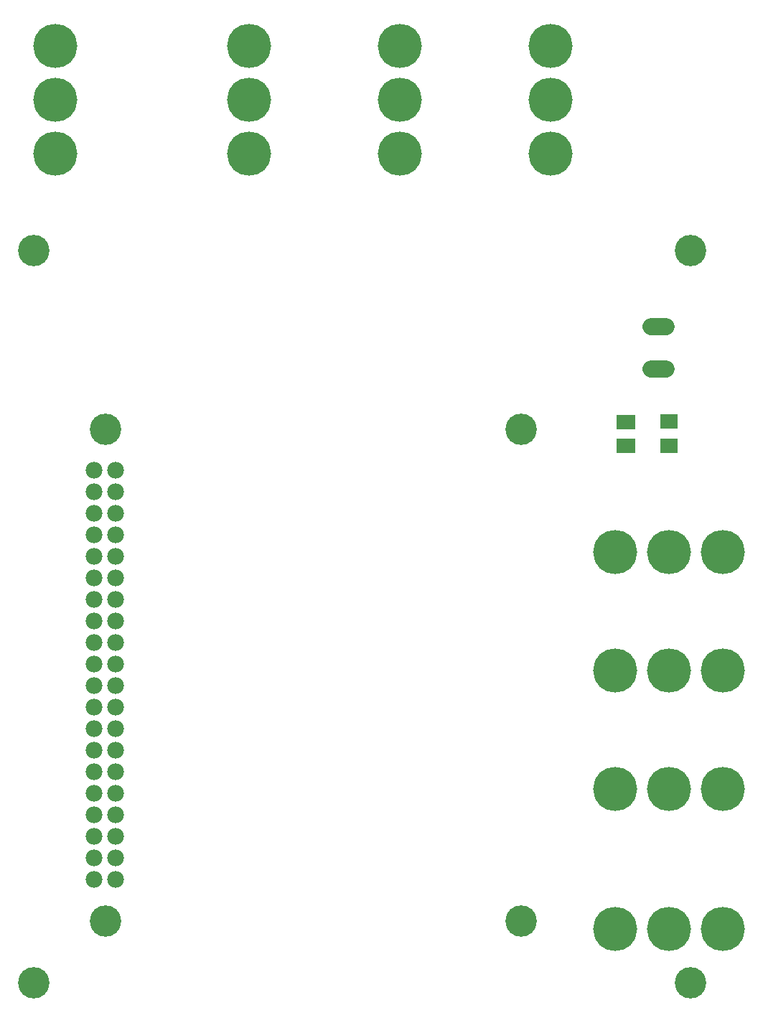
<source format=gbr>
G04 EAGLE Gerber RS-274X export*
G75*
%MOMM*%
%FSLAX34Y34*%
%LPD*%
%INSoldermask Bottom*%
%IPPOS*%
%AMOC8*
5,1,8,0,0,1.08239X$1,22.5*%
G01*
%ADD10C,5.203200*%
%ADD11C,3.703200*%
%ADD12C,1.981200*%
%ADD13C,1.993900*%
%ADD14R,2.006200X1.803200*%
%ADD15R,2.203200X1.803200*%


D10*
X736600Y419100D03*
X800100Y419100D03*
X863600Y419100D03*
X736600Y279400D03*
X800100Y279400D03*
X863600Y279400D03*
X736600Y114300D03*
X800100Y114300D03*
X863600Y114300D03*
X736600Y558800D03*
X800100Y558800D03*
X863600Y558800D03*
X304800Y1028700D03*
X304800Y1092200D03*
X304800Y1155700D03*
X482600Y1028700D03*
X482600Y1092200D03*
X482600Y1155700D03*
X660400Y1028700D03*
X660400Y1092200D03*
X660400Y1155700D03*
X76200Y1028700D03*
X76200Y1092200D03*
X76200Y1155700D03*
D11*
X50800Y914400D03*
X50800Y50800D03*
X825500Y50800D03*
X825500Y914400D03*
X625400Y123900D03*
X135400Y123900D03*
X135400Y703900D03*
X625400Y703900D03*
D12*
X121920Y172720D03*
X147320Y172720D03*
X121920Y198120D03*
X147320Y198120D03*
X147320Y223520D03*
X121920Y223520D03*
X121920Y248920D03*
X147320Y248920D03*
X147320Y274320D03*
X121920Y274320D03*
X121920Y299720D03*
X147320Y299720D03*
X147320Y325120D03*
X121920Y325120D03*
X121920Y350520D03*
X147320Y350520D03*
X147320Y375920D03*
X121920Y375920D03*
X121920Y401320D03*
X147320Y401320D03*
X147320Y426720D03*
X121920Y426720D03*
X121920Y452120D03*
X147320Y452120D03*
X147320Y477520D03*
X121920Y477520D03*
X121920Y502920D03*
X147320Y502920D03*
X147320Y528320D03*
X121920Y528320D03*
X121920Y553720D03*
X147320Y553720D03*
X147320Y579120D03*
X121920Y579120D03*
X121920Y604520D03*
X147320Y604520D03*
X147320Y629920D03*
X121920Y629920D03*
X121920Y655320D03*
X147320Y655320D03*
D13*
X778447Y775100D02*
X796354Y775100D01*
X796354Y825100D02*
X778447Y825100D01*
D14*
X800100Y684280D03*
X800100Y712720D03*
D15*
X749300Y684500D03*
X749300Y712500D03*
M02*

</source>
